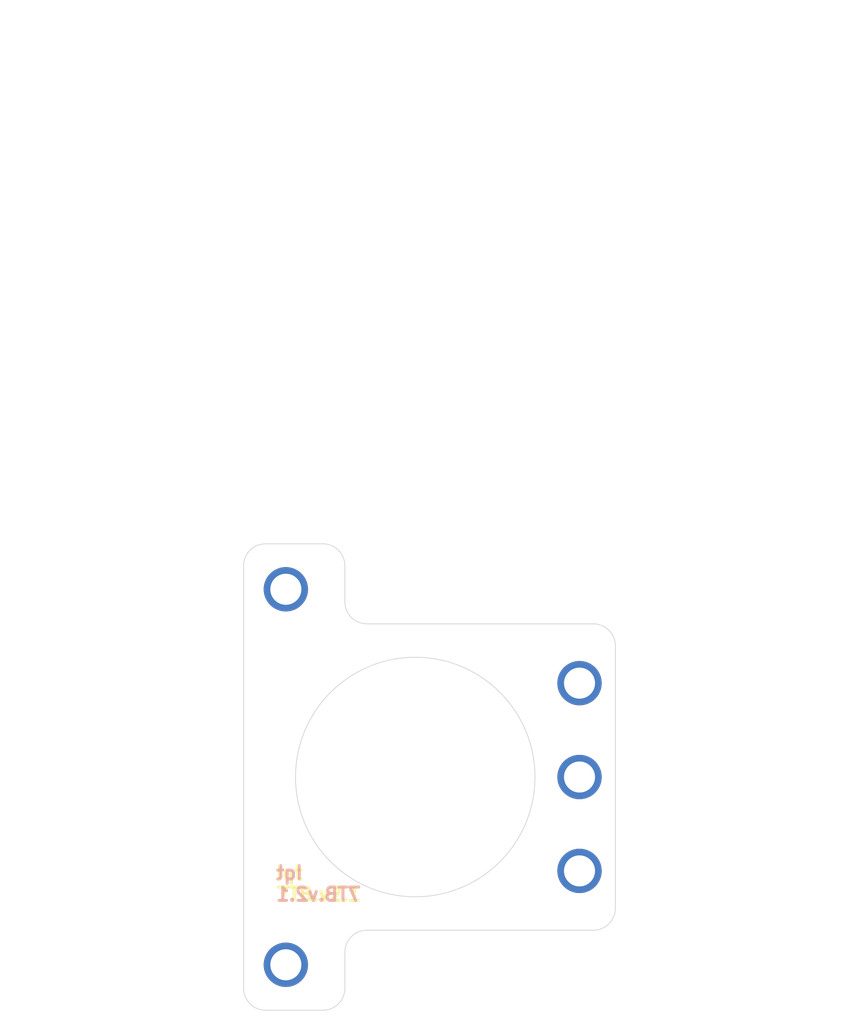
<source format=kicad_pcb>
(kicad_pcb (version 20171130) (host pcbnew "(5.1.6)-1")

  (general
    (thickness 1.6)
    (drawings 24)
    (tracks 0)
    (zones 0)
    (modules 6)
    (nets 1)
  )

  (page A4)
  (layers
    (0 F.Cu signal)
    (31 B.Cu signal)
    (32 B.Adhes user)
    (33 F.Adhes user)
    (34 B.Paste user)
    (35 F.Paste user)
    (36 B.SilkS user)
    (37 F.SilkS user)
    (38 B.Mask user)
    (39 F.Mask user)
    (40 Dwgs.User user)
    (41 Cmts.User user)
    (42 Eco1.User user)
    (43 Eco2.User user)
    (44 Edge.Cuts user)
    (45 Margin user)
    (46 B.CrtYd user)
    (47 F.CrtYd user)
    (48 B.Fab user)
    (49 F.Fab user)
  )

  (setup
    (last_trace_width 0.25)
    (trace_clearance 0.2)
    (zone_clearance 0.508)
    (zone_45_only no)
    (trace_min 0.2)
    (via_size 0.8)
    (via_drill 0.4)
    (via_min_size 0.4)
    (via_min_drill 0.3)
    (uvia_size 0.3)
    (uvia_drill 0.1)
    (uvias_allowed no)
    (uvia_min_size 0.2)
    (uvia_min_drill 0.1)
    (edge_width 0.05)
    (segment_width 0.2)
    (pcb_text_width 0.3)
    (pcb_text_size 1.5 1.5)
    (mod_edge_width 0.12)
    (mod_text_size 1 1)
    (mod_text_width 0.15)
    (pad_size 1.524 1.524)
    (pad_drill 0.762)
    (pad_to_mask_clearance 0.051)
    (solder_mask_min_width 0.25)
    (aux_axis_origin 0 0)
    (visible_elements 7FFFFFFF)
    (pcbplotparams
      (layerselection 0x010f0_ffffffff)
      (usegerberextensions true)
      (usegerberattributes false)
      (usegerberadvancedattributes false)
      (creategerberjobfile false)
      (excludeedgelayer true)
      (linewidth 0.100000)
      (plotframeref false)
      (viasonmask false)
      (mode 1)
      (useauxorigin false)
      (hpglpennumber 1)
      (hpglpenspeed 20)
      (hpglpendiameter 15.000000)
      (psnegative false)
      (psa4output false)
      (plotreference true)
      (plotvalue true)
      (plotinvisibletext false)
      (padsonsilk false)
      (subtractmaskfromsilk true)
      (outputformat 1)
      (mirror false)
      (drillshape 0)
      (scaleselection 1)
      (outputdirectory "../GERBER/v2.1/T0.8mm_I-quamoclit-top_7mmTB.v2.1"))
  )

  (net 0 "")

  (net_class Default "これはデフォルトのネット クラスです。"
    (clearance 0.2)
    (trace_width 0.25)
    (via_dia 0.8)
    (via_drill 0.4)
    (uvia_dia 0.3)
    (uvia_drill 0.1)
  )

  (module Ipomoea-library:Ipomoea-quamoclit_Base_SCREW_HOLE_2.1_TH_3.0 (layer F.Cu) (tedit 5F6CA9B0) (tstamp 5F6B4C91)
    (at -5.579999 12.7)
    (fp_text reference REF** (at 0 3.175) (layer Dwgs.User)
      (effects (font (size 1 1) (thickness 0.15)))
    )
    (fp_text value Ipomoea-quamoclit_Base_SCREW_HOLE_2.1_TH_3.0 (at 0 -3.175) (layer F.Fab)
      (effects (font (size 1 1) (thickness 0.15)))
    )
    (pad "" thru_hole circle (at 0 0) (size 3 3) (drill 2.1) (layers *.Cu *.Mask))
  )

  (module Ipomoea-library:Ipomoea-quamoclit_Base_SCREW_HOLE_2.1_TH_3.0 (layer F.Cu) (tedit 5F6CA9B0) (tstamp 5F6B4C8D)
    (at -5.579999 -12.7)
    (fp_text reference REF** (at 0 3.175) (layer Dwgs.User)
      (effects (font (size 1 1) (thickness 0.15)))
    )
    (fp_text value Ipomoea-quamoclit_Base_SCREW_HOLE_2.1_TH_3.0 (at 0 -3.175) (layer F.Fab)
      (effects (font (size 1 1) (thickness 0.15)))
    )
    (pad "" thru_hole circle (at 0 0) (size 3 3) (drill 2.1) (layers *.Cu *.Mask))
  )

  (module Ipomoea-library:Ipomoea-quamoclit_Base_SCREW_HOLE_2.1_TH_3.0 (layer F.Cu) (tedit 5F6CA9B0) (tstamp 5F05DAE1)
    (at 14.2875 -6.35)
    (fp_text reference REF** (at 0 3.175) (layer Dwgs.User)
      (effects (font (size 1 1) (thickness 0.15)))
    )
    (fp_text value Ipomoea-quamoclit_Base_SCREW_HOLE_2.1_TH_3.0 (at 0 -3.175) (layer F.Fab)
      (effects (font (size 1 1) (thickness 0.15)))
    )
    (pad "" thru_hole circle (at 0 0) (size 3 3) (drill 2.1) (layers *.Cu *.Mask))
  )

  (module Ipomoea-library:Ipomoea-quamoclit_Base_SCREW_HOLE_2.1_TH_3.0 (layer F.Cu) (tedit 5F6CA9B0) (tstamp 5F05DADD)
    (at 14.2875 0)
    (fp_text reference REF** (at 0 3.175) (layer Dwgs.User)
      (effects (font (size 1 1) (thickness 0.15)))
    )
    (fp_text value Ipomoea-quamoclit_Base_SCREW_HOLE_2.1_TH_3.0 (at 0 -3.175) (layer F.Fab)
      (effects (font (size 1 1) (thickness 0.15)))
    )
    (pad "" thru_hole circle (at 0 0) (size 3 3) (drill 2.1) (layers *.Cu *.Mask))
  )

  (module Ipomoea-library:Ipomoea-quamoclit_Base_SCREW_HOLE_2.1_TH_3.0 (layer F.Cu) (tedit 5F6CA9B0) (tstamp 5F05DAD9)
    (at 14.2875 6.35)
    (fp_text reference REF** (at 0 3.175) (layer Dwgs.User)
      (effects (font (size 1 1) (thickness 0.15)))
    )
    (fp_text value Ipomoea-quamoclit_Base_SCREW_HOLE_2.1_TH_3.0 (at 0 -3.175) (layer F.Fab)
      (effects (font (size 1 1) (thickness 0.15)))
    )
    (pad "" thru_hole circle (at 0 0) (size 3 3) (drill 2.1) (layers *.Cu *.Mask))
  )

  (module Ipomoea-library:7mmTrackBall (layer F.Cu) (tedit 5F6A04E2) (tstamp 5F063C62)
    (at 3.175 0 270)
    (fp_text reference REF** (at 0 0.5 90) (layer Dwgs.User)
      (effects (font (size 1 1) (thickness 0.15)))
    )
    (fp_text value 7mmTrackBall (at 0 -0.5 90) (layer F.Fab)
      (effects (font (size 1 1) (thickness 0.15)))
    )
    (fp_line (start -41.5 6.16) (end -43.5 6.16) (layer Dwgs.User) (width 0.12))
    (fp_line (start -41.5 -0.41) (end -43.5 -0.41) (layer Dwgs.User) (width 0.12))
    (fp_line (start -43.5 -0.41) (end -43.5 6.16) (layer Dwgs.User) (width 0.12))
    (fp_line (start -41.5 -0.91) (end -41.5 6.66) (layer Dwgs.User) (width 0.12))
    (fp_line (start -8.5 6.66) (end -41.5 6.66) (layer Dwgs.User) (width 0.12))
    (fp_line (start -8.5 -0.91) (end -41.5 -0.91) (layer Dwgs.User) (width 0.12))
    (fp_line (start -8.5 9) (end 8.5 9) (layer Dwgs.User) (width 0.12))
    (fp_line (start 8.5 9) (end 8.5 -8) (layer Dwgs.User) (width 0.12))
    (fp_line (start -8.5 -8) (end 8.5 -8) (layer Dwgs.User) (width 0.12))
    (fp_line (start -8.5 9) (end -8.5 -8) (layer Dwgs.User) (width 0.12))
    (fp_circle (center 0 0) (end 0 -8) (layer Dwgs.User) (width 0.12))
    (fp_circle (center 0 0) (end 0 -3.5) (layer Dwgs.User) (width 0.12))
    (fp_circle (center 0 0) (end 4.5 0) (layer Dwgs.User) (width 0.12))
    (fp_line (start -52.5 7.66) (end -41.5 7.66) (layer Dwgs.User) (width 0.12))
    (fp_line (start -41.5 7.66) (end -41.5 6.66) (layer Dwgs.User) (width 0.12))
    (fp_line (start -52.5 7.66) (end -52.5 -5.34) (layer Dwgs.User) (width 0.12))
    (fp_line (start -41.5 -0.91) (end -41.5 -5.34) (layer Dwgs.User) (width 0.12))
    (fp_line (start -52.5 -5.34) (end -41.5 -5.34) (layer Dwgs.User) (width 0.12))
  )

  (gr_line (start -3.075 15.775) (end -6.949999 15.775) (layer Edge.Cuts) (width 0.05) (tstamp 5F6BAABB))
  (gr_line (start -1.5875 14.2875) (end -1.5875 11.85) (layer Edge.Cuts) (width 0.05) (tstamp 5F6BAAB9))
  (gr_arc (start -0.1 11.85) (end -0.1 10.3625) (angle -90) (layer Edge.Cuts) (width 0.05) (tstamp 5F6BAA3B))
  (gr_line (start -1.5875 -11.85) (end -1.5875 -14.2875) (layer Edge.Cuts) (width 0.05) (tstamp 5F6BAA1F))
  (gr_arc (start -0.1 -11.85) (end -1.5875 -11.85) (angle -90) (layer Edge.Cuts) (width 0.05) (tstamp 5F6B4D4C))
  (gr_line (start -6.949999 -15.775) (end -3.075 -15.775) (layer Edge.Cuts) (width 0.05) (tstamp 5F6B4D30))
  (gr_arc (start -3.075 -14.2875) (end -1.5875 -14.2875) (angle -90) (layer Edge.Cuts) (width 0.05) (tstamp 5F6B4CFE))
  (gr_arc (start -3.075 14.2875) (end -3.075 15.775) (angle -90) (layer Edge.Cuts) (width 0.05) (tstamp 5F6B4CFE))
  (gr_text "Iqt\n7TB.v2.1\n " (at -6.35 7.9375) (layer F.SilkS) (tstamp 5F05E950)
    (effects (font (size 0.9 0.9) (thickness 0.2)) (justify left))
  )
  (gr_text "Iqt\n7TB.v2.1\n " (at -6.35 7.9375) (layer B.SilkS) (tstamp 5F05E94F)
    (effects (font (size 0.9 0.9) (thickness 0.2)) (justify right mirror))
  )
  (gr_arc (start -6.949999 -14.2875) (end -8.437499 -14.2875) (angle 90) (layer Edge.Cuts) (width 0.05) (tstamp 5F0658E9))
  (gr_arc (start 15.225 -8.875) (end 15.225 -10.3625) (angle 90) (layer Edge.Cuts) (width 0.05) (tstamp 5F0656C6))
  (gr_line (start 15.225 -10.3625) (end -0.1 -10.3625) (layer Edge.Cuts) (width 0.05) (tstamp 5F0658BA))
  (gr_line (start -0.1 10.3625) (end 15.225 10.3625) (layer Edge.Cuts) (width 0.05) (tstamp 5F06579C))
  (gr_arc (start 15.225 8.875) (end 15.225 10.3625) (angle -90) (layer Edge.Cuts) (width 0.05) (tstamp 5F0656C7))
  (gr_line (start 16.7125 8.875) (end 16.7125 -8.875) (layer Edge.Cuts) (width 0.05) (tstamp 5F0656C5))
  (gr_line (start -8.437499 -14.2875) (end -8.437499 14.2875) (layer Edge.Cuts) (width 0.05) (tstamp 5F05E1E6))
  (gr_arc (start -6.949999 14.2875) (end -6.949999 15.775) (angle 90) (layer Edge.Cuts) (width 0.05) (tstamp 5F05E1DD))
  (gr_circle (center 3.175 0) (end 11.275 0) (layer Edge.Cuts) (width 0.05))
  (gr_circle (center 14.2875 -6.35) (end 16.6875 -6.35) (layer Dwgs.User) (width 0.15) (tstamp 5F05DCA3))
  (gr_circle (center 14.2875 0) (end 16.6875 0) (layer Dwgs.User) (width 0.15) (tstamp 5F05DCA1))
  (gr_circle (center 14.2875 6.35) (end 16.6875 6.35) (layer Dwgs.User) (width 0.15) (tstamp 5F05DC9F))
  (gr_circle (center -5.579999 12.7) (end -3.179999 12.7) (layer Dwgs.User) (width 0.15) (tstamp 5F05DC9C))
  (gr_circle (center -5.579999 -12.7) (end -3.179999 -12.7) (layer Dwgs.User) (width 0.15))

)

</source>
